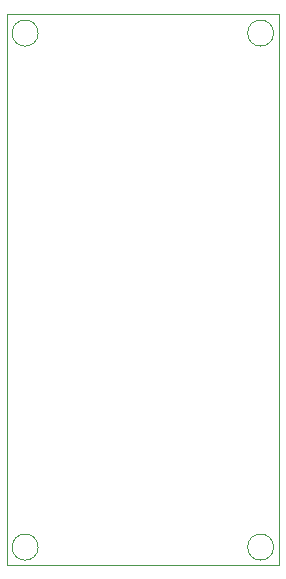
<source format=gbr>
%TF.GenerationSoftware,KiCad,Pcbnew,(6.0.10)*%
%TF.CreationDate,2023-02-08T01:16:55+09:00*%
%TF.ProjectId,rasp_gpio_input,72617370-5f67-4706-996f-5f696e707574,1*%
%TF.SameCoordinates,PX7baf2f0PY78dfd90*%
%TF.FileFunction,Profile,NP*%
%FSLAX46Y46*%
G04 Gerber Fmt 4.6, Leading zero omitted, Abs format (unit mm)*
G04 Created by KiCad (PCBNEW (6.0.10)) date 2023-02-08 01:16:55*
%MOMM*%
%LPD*%
G01*
G04 APERTURE LIST*
%TA.AperFunction,Profile*%
%ADD10C,0.100000*%
%TD*%
G04 APERTURE END LIST*
D10*
X2598600Y1481000D02*
G75*
G03*
X2598600Y1481000I-1100000J0D01*
G01*
X2598600Y45001000D02*
G75*
G03*
X2598600Y45001000I-1100000J0D01*
G01*
X22537600Y1481000D02*
G75*
G03*
X22537600Y1481000I-1100000J0D01*
G01*
X0Y46583600D02*
X22961600Y46583600D01*
X22961600Y46583600D02*
X22961600Y0D01*
X22961600Y0D02*
X0Y0D01*
X0Y0D02*
X0Y46583600D01*
X22537600Y45001000D02*
G75*
G03*
X22537600Y45001000I-1100000J0D01*
G01*
M02*

</source>
